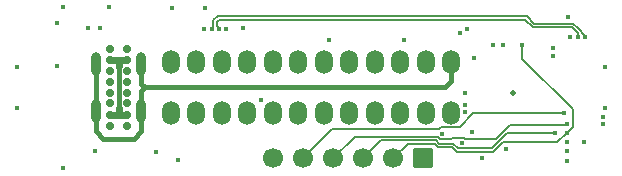
<source format=gtl>
G04*
G04 #@! TF.GenerationSoftware,Altium Limited,Altium Designer,25.5.2 (35)*
G04*
G04 Layer_Physical_Order=1*
G04 Layer_Color=255*
%FSLAX44Y44*%
%MOMM*%
G71*
G04*
G04 #@! TF.SameCoordinates,128D8583-6615-4204-B1AC-86CD56F38C64*
G04*
G04*
G04 #@! TF.FilePolarity,Positive*
G04*
G01*
G75*
%ADD11C,0.1500*%
%ADD20C,0.4000*%
%ADD21C,0.6000*%
%ADD22C,0.5153*%
%ADD23C,0.4000*%
%ADD24O,1.5000X2.0000*%
%ADD25O,0.8000X2.0000*%
%ADD26C,0.7000*%
G04:AMPARAMS|DCode=27|XSize=1.7mm|YSize=1.7mm|CornerRadius=0.05mm|HoleSize=0mm|Usage=FLASHONLY|Rotation=180.000|XOffset=0mm|YOffset=0mm|HoleType=Round|Shape=RoundedRectangle|*
%AMROUNDEDRECTD27*
21,1,1.7000,1.6000,0,0,180.0*
21,1,1.6000,1.7000,0,0,180.0*
1,1,0.1000,-0.8000,0.8000*
1,1,0.1000,0.8000,0.8000*
1,1,0.1000,0.8000,-0.8000*
1,1,0.1000,-0.8000,-0.8000*
%
%ADD27ROUNDEDRECTD27*%
%ADD28C,1.7000*%
%ADD29C,0.5000*%
%ADD30C,0.4500*%
D11*
X178750Y24412D02*
Y36250D01*
Y24412D02*
X221553Y-18391D01*
X137364Y-22000D02*
X214500D01*
X125651Y-33713D02*
X137364Y-22000D01*
X-55620Y60226D02*
X182523D01*
X188750Y54000D01*
X-55643Y60250D02*
X-55620Y60226D01*
X222000Y54000D02*
X225750Y50250D01*
Y50250D02*
Y50250D01*
X188750Y54000D02*
X222000D01*
X-79243Y60250D02*
X-55643D01*
X-82750Y51554D02*
Y56743D01*
X-79243Y60250D01*
X-84152Y50152D02*
X-82750Y51554D01*
X-84152Y49340D02*
Y50152D01*
X225750Y50250D02*
X232250Y43750D01*
Y42500D02*
Y43750D01*
X-56886Y57250D02*
X-56863Y57227D01*
X181281D01*
X-78000Y57250D02*
X-56886D01*
X187507Y51000D02*
X220757D01*
X181281Y57227D02*
X187507Y51000D01*
X-79750Y55500D02*
X-78000Y57250D01*
X-78152Y49340D02*
Y50121D01*
X226072Y42678D02*
X226250Y42500D01*
X220757Y51000D02*
X226072Y45686D01*
Y42678D02*
Y45686D01*
X-79750Y51719D02*
Y55500D01*
Y51719D02*
X-78152Y50121D01*
X104659Y-47744D02*
X107537Y-50622D01*
X119303D01*
X108658Y-47500D02*
X120423D01*
X105902Y-44744D02*
X108658Y-47500D01*
X119303Y-50622D02*
X123306Y-54625D01*
X216250Y-38750D02*
X221553Y-33447D01*
X44200Y-59750D02*
X59206Y-44744D01*
X120423Y-47500D02*
X124548Y-51625D01*
X107144Y-41744D02*
X109025Y-43625D01*
X118639D02*
X119639Y-42625D01*
X109025Y-43625D02*
X118639D01*
X119639Y-42625D02*
X129253D01*
X123306Y-54625D02*
X154390D01*
X208500Y-46500D02*
X216250Y-38750D01*
X154390Y-54625D02*
X162515Y-46500D01*
X129253Y-42625D02*
X130253Y-43625D01*
X124548Y-51625D02*
X153147D01*
X18800Y-59750D02*
X36806Y-41744D01*
X130253Y-43625D02*
X156904D01*
X168780Y-31750D01*
X153147Y-51625D02*
X166022Y-38750D01*
X206250D01*
X168780Y-31750D02*
X215750D01*
X109937Y-33713D02*
X125651D01*
X108437Y-35213D02*
X109937Y-33713D01*
X162515Y-46500D02*
X208500D01*
X221553Y-33447D02*
Y-18391D01*
X215750Y-31750D02*
X216250Y-31250D01*
X36806Y-41744D02*
X107144D01*
X81606Y-47744D02*
X104659D01*
X69600Y-59750D02*
X81606Y-47744D01*
X59206Y-44744D02*
X105902D01*
X-6600Y-59750D02*
X17937Y-35213D01*
X108437D01*
D20*
X-182300Y-20000D02*
Y20000D01*
X118806Y5720D02*
Y21463D01*
X113086Y-0D02*
X118806Y5720D01*
X8724Y-0D02*
X113086D01*
X-143700Y-2950D02*
X-140750Y-0D01*
X-143700Y-20000D02*
Y-2950D01*
X-149979Y-43500D02*
X-143700Y-37221D01*
Y-20000D01*
X-176021Y-43500D02*
X-149979D01*
X-182300Y-37221D02*
X-176021Y-43500D01*
X-182300Y-37221D02*
Y-20000D01*
X-143700Y2950D02*
Y20000D01*
Y2950D02*
X-140750Y-0D01*
X-24469D01*
X-24469Y-0D01*
X8724D01*
X8724Y-0D01*
D21*
X-163000Y17814D02*
Y23000D01*
Y-23000D02*
Y-17814D01*
Y23000D02*
X-156000D01*
X-170000Y-23000D02*
X-163000D01*
X-156000D01*
X-170000Y23000D02*
X-163000D01*
D22*
Y17814D02*
X-163000Y17814D01*
Y16400D02*
Y17814D01*
D23*
Y4250D02*
Y16400D01*
X-163000Y4250D02*
X-163000Y4250D01*
X-163000Y-17814D02*
Y4250D01*
D24*
X-118684Y21463D02*
D03*
X-97094D02*
D03*
X-75504D02*
D03*
X-53914D02*
D03*
X-32324D02*
D03*
X-10734D02*
D03*
X10856D02*
D03*
X32446D02*
D03*
X54036D02*
D03*
X75626D02*
D03*
X97216D02*
D03*
X118806D02*
D03*
X-118684Y-21463D02*
D03*
X-97094D02*
D03*
X-75504D02*
D03*
X-53914D02*
D03*
X-32324D02*
D03*
X-10734D02*
D03*
X10856D02*
D03*
X32446D02*
D03*
X54036D02*
D03*
X75626D02*
D03*
X97216D02*
D03*
X118806D02*
D03*
D25*
X-182300Y-20000D02*
D03*
Y20000D02*
D03*
X-143700D02*
D03*
Y-20000D02*
D03*
D26*
X-156000Y-32500D02*
D03*
Y-23000D02*
D03*
Y-13500D02*
D03*
Y-4500D02*
D03*
Y4500D02*
D03*
Y13500D02*
D03*
Y23000D02*
D03*
Y32500D02*
D03*
X-170000D02*
D03*
Y23000D02*
D03*
Y13500D02*
D03*
Y4500D02*
D03*
Y-4500D02*
D03*
Y-13500D02*
D03*
Y-23000D02*
D03*
Y-32500D02*
D03*
D27*
X95000Y-59750D02*
D03*
D28*
X-32000D02*
D03*
X69600Y-59750D02*
D03*
X44200Y-59750D02*
D03*
X18800Y-59750D02*
D03*
X-6600Y-59750D02*
D03*
D29*
X171250Y-5000D02*
D03*
D30*
X136250Y-38000D02*
D03*
X138000Y25000D02*
D03*
X130500Y-20500D02*
D03*
Y-14500D02*
D03*
Y-5000D02*
D03*
X214500Y-22000D02*
D03*
X126161Y46250D02*
D03*
X232250Y42500D02*
D03*
X-84152Y49340D02*
D03*
X226250Y42500D02*
D03*
X-78152Y49340D02*
D03*
X78500Y40000D02*
D03*
X-209878Y-68250D02*
D03*
Y68250D02*
D03*
X-248628Y17000D02*
D03*
Y-17000D02*
D03*
X248628Y-17000D02*
D03*
X248750Y17000D02*
D03*
X-171000Y67750D02*
D03*
X-90402Y49340D02*
D03*
X-71902Y49340D02*
D03*
X144750Y-60000D02*
D03*
X131750Y49500D02*
D03*
X-90000Y67250D02*
D03*
X-118000D02*
D03*
X-57500Y50250D02*
D03*
X15500Y40000D02*
D03*
X-183000Y-53500D02*
D03*
X162500Y36250D02*
D03*
X218750Y42500D02*
D03*
X216250Y-62250D02*
D03*
X247500Y-31250D02*
D03*
Y-25000D02*
D03*
X205000Y33750D02*
D03*
Y26750D02*
D03*
X217500Y60000D02*
D03*
X153750Y36250D02*
D03*
X178750D02*
D03*
X165000Y-52500D02*
D03*
X206250Y-38750D02*
D03*
X231250Y-46250D02*
D03*
X216250Y-31250D02*
D03*
Y-53750D02*
D03*
Y-46250D02*
D03*
Y-38750D02*
D03*
X-214750Y18000D02*
D03*
Y54750D02*
D03*
X-113000Y-61500D02*
D03*
X-178750Y50750D02*
D03*
X-189300Y50674D02*
D03*
X-42250Y-10750D02*
D03*
X-131000Y-54500D02*
D03*
X127389Y-47125D02*
D03*
X110889Y-39125D02*
D03*
M02*

</source>
